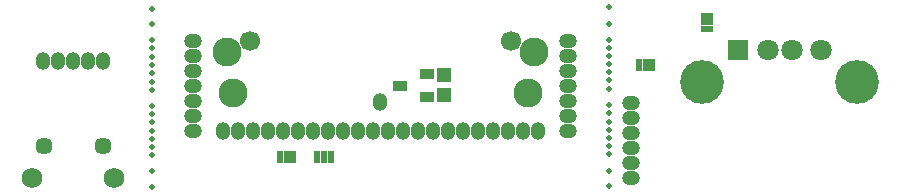
<source format=gbr>
G04 DipTrace 2.4.0.2*
%INBottomMask.gbr*%
%MOIN*%
%ADD47C,0.0669*%
%ADD48C,0.02*%
%ADD57R,0.0494X0.0336*%
%ADD63R,0.04X0.024*%
%ADD65R,0.024X0.04*%
%ADD69O,0.0496X0.0592*%
%ADD71O,0.0592X0.0496*%
%ADD75C,0.0691*%
%ADD77C,0.0572*%
%ADD81C,0.1458*%
%ADD83C,0.071*%
%ADD85R,0.071X0.071*%
%ADD87C,0.0966*%
%ADD93R,0.0474X0.0513*%
%FSLAX44Y44*%
G04*
G70*
G90*
G75*
G01*
%LNBotMask*%
%LPD*%
D87*
X21483Y7337D3*
X11458Y8693D3*
X11665Y7346D3*
X21693Y8693D3*
D47*
X20909Y9087D3*
X12227D3*
D85*
X28508Y8758D3*
D83*
X29492D3*
X30279D3*
X31264D3*
D81*
X27299Y7691D3*
X32472D3*
D77*
X5346Y5568D3*
X7314D3*
D75*
X4952Y4505D3*
X7708D3*
D71*
X10318Y9068D3*
Y8568D3*
Y8068D3*
Y7568D3*
Y7068D3*
Y6568D3*
Y6068D3*
D69*
X11318D3*
X11818D3*
X12318D3*
X12818D3*
X13318D3*
X13818D3*
X14318D3*
X14818D3*
X15318D3*
X15818D3*
X16318D3*
X16818D3*
X17318D3*
X17818D3*
X18318D3*
X18818D3*
X19318D3*
X19818D3*
X20318D3*
X20818D3*
X21318D3*
X21818D3*
D71*
X22818D3*
Y6568D3*
Y7068D3*
Y7568D3*
Y8068D3*
Y8568D3*
Y9068D3*
D65*
X13663Y5193D3*
X13443D3*
X13223D3*
X14473D3*
X14693D3*
X14913D3*
D63*
X27443Y9473D3*
Y9693D3*
Y9913D3*
D48*
X24180Y9646D3*
Y5559D3*
Y6105D3*
Y5832D3*
Y4751D3*
Y5298D3*
Y8566D3*
Y9112D3*
Y8839D3*
Y7484D3*
Y10193D3*
Y8031D3*
Y7758D3*
Y6677D3*
Y6950D3*
Y8304D3*
Y6378D3*
Y4239D3*
D71*
X24912Y7019D3*
Y6519D3*
Y6019D3*
Y5519D3*
Y5019D3*
Y4519D3*
D69*
X5318Y8414D3*
X5818D3*
X6318D3*
X6818D3*
X7318D3*
D65*
X25630Y8255D3*
X25410D3*
X25190D3*
D48*
X8955Y4740D3*
Y8827D3*
Y8281D3*
Y8554D3*
Y9635D3*
Y9088D3*
Y5820D3*
Y5274D3*
Y5547D3*
Y6902D3*
Y4193D3*
Y6355D3*
Y6628D3*
Y7709D3*
Y7436D3*
Y6082D3*
Y8008D3*
Y10147D3*
D69*
X16564Y7053D3*
D57*
X18115Y7961D3*
Y7213D3*
X17209Y7587D3*
D93*
X18681Y7938D3*
Y7269D3*
M02*

</source>
